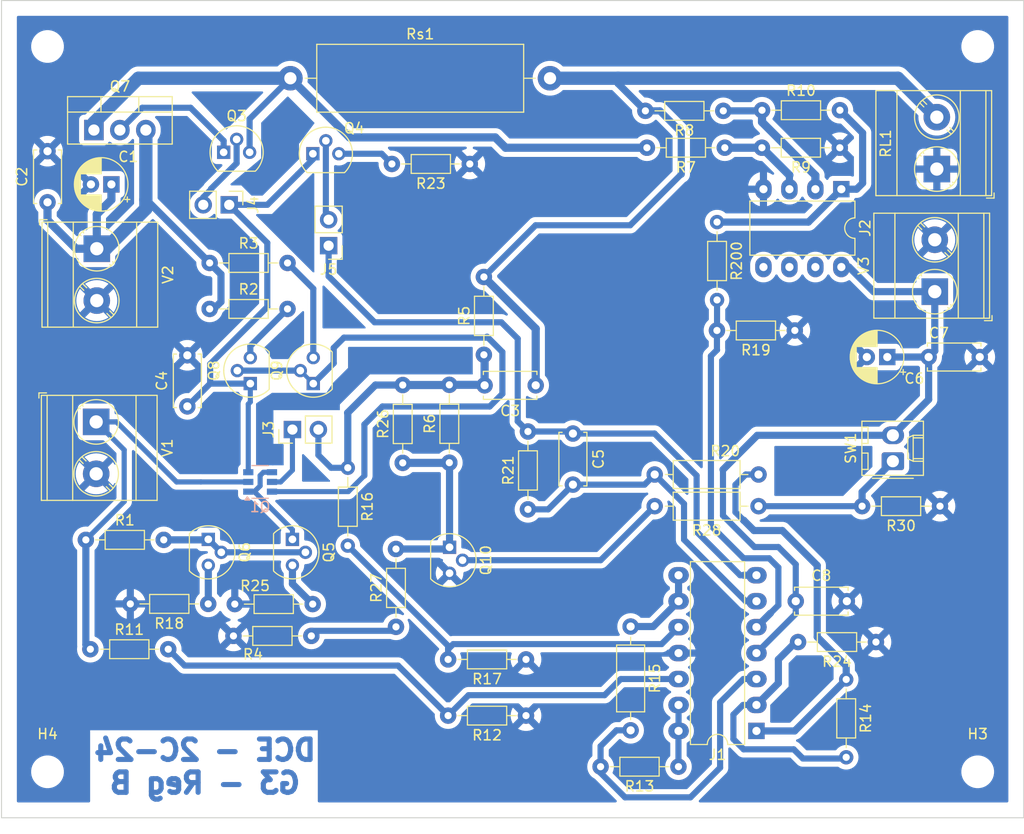
<source format=kicad_pcb>
(kicad_pcb (version 20240108) (generator "pcbnew") (generator_version "8.0")
  (layers (0 "F.Cu" signal) (31 "B.Cu" signal) (34 "B.Paste" user) (35 "F.Paste" user) (36 "B.SilkS" user "B.Silkscreen") (37 "F.SilkS" user "F.Silkscreen") (38 "B.Mask" user) (39 "F.Mask" user) (44 "Edge.Cuts" user))
  (net 0 "")
  (net 1 "Vreg")
  (net 2 "GND")
  (net 3 "Vref")
  (net 4 "Net-(R28-Pad1)")
  (net 5 "Net-(J1-Pin_3)")
  (net 6 "Vs1")
  (net 7 "Vs2")
  (net 8 "Net-(Q6-E)")
  (net 9 "Op2_V+")
  (net 10 "Op2_V-")
  (net 11 "Vref_C")
  (net 12 "Op2_Vout")
  (net 13 "Net-(Q4-E)")
  (net 14 "Net-(Q5-E)")
  (net 15 "Net-(J2-Pin_1)")
  (net 16 "Net-(J2-Pin_2)")
  (net 17 "Net-(Q10-D)")
  (net 18 "Vf")
  (net 19 "Net-(Q10-G)")
  (net 20 "Net-(Q5-B)")
  (net 21 "Net-(Q8-E)")
  (net 22 "Net-(Q9-E)")
  (net 23 "Net-(J2-Pin_3)")
  (net 24 "Net-(J1-Pin_2)")
  (net 25 "Net-(J1-Pin_12)")
  (net 26 "Net-(J1-Pin_13)")
  (net 27 "Net-(J1-Pin_8)")
  (net 28 "Net-(J1-Pin_10)")
  (net 29 "Net-(Q1A-E1)")
  (net 30 "Net-(Q3-C)")
  (net 31 "Vb")
  (net 32 "Net-(Q1A-C1)")
  (net 36 "V_sup")
  (net 37 "Net-(J3-Pin_1)")
  (net 38 "Net-(J4-Pin_2)")
  (net 39 "Net-(J5-Pin_2)")
  (net 40 "Net-(R27-Pad1)")
  (footprint "Resistor_THT:R_Axial_DIN0204_L3.6mm_D1.6mm_P7.62mm_Horizontal" (layer "F.Cu") (at 121.81 79.24 90)
    (property "Reference" "R6")
    (property "Value" "2,2k")
  )
  (footprint "Resistor_THT:R_Axial_DIN0207_L6.3mm_D2.5mm_P10.16mm_Horizontal" (layer "F.Cu") (at 152.06 83.5 180)
    (property "Reference" "R28")
    (property "Value" "1K")
  )
  (footprint "Package_TO_SOT_THT:TO-92" (layer "F.Cu") (at 102.34 71.5 90)
    (property "Reference" "Q8")
    (property "Value" "BC557C")
  )
  (footprint "Resistor_THT:R_Axial_DIN0207_L6.3mm_D2.5mm_P10.16mm_Horizontal" (layer "F.Cu") (at 152.06 80.4 180)
    (property "Reference" "R20")
    (property "Value" "2,2K")
  )
  (footprint "Resistor_THT:R_Axial_DIN0204_L3.6mm_D1.6mm_P7.62mm_Horizontal" (layer "F.Cu") (at 160.635 100.46 -90)
    (property "Reference" "R14")
    (property "Value" "1K")
  )
  (footprint "Resistor_THT:R_Axial_DIN0204_L3.6mm_D1.6mm_P7.62mm_Horizontal" (layer "F.Cu") (at 98.36 64.19)
    (property "Reference" "R2")
    (property "Value" "100")
  )
  (footprint "Resistor_THT:R_Axial_DIN0204_L3.6mm_D1.6mm_P7.62mm_Horizontal" (layer "F.Cu") (at 98.36 59.69)
    (property "Reference" "R3")
    (property "Value" "100")
  )
  (footprint "Connector_PinHeader_2.54mm:PinHeader_1x02_P2.54mm_Vertical" (layer "F.Cu") (at 106.46 76 90)
    (property "Reference" "J3")
    (property "Value" "Conn_01x02_Pin")
  )
  (footprint "Package_TO_SOT_THT:TO-92" (layer "F.Cu") (at 106.46 86.745 -90)
    (property "Reference" "Q5")
    (property "Value" "BC547")
  )
  (footprint "Capacitor_THT:CP_Radial_D5.0mm_P2.00mm" (layer "F.Cu") (at 164.655113 68.9 180)
    (property "Reference" "C6")
    (property "Value" "10u")
  )
  (footprint "Capacitor_THT:C_Disc_D5.0mm_W2.5mm_P5.00mm" (layer "F.Cu") (at 133.9 76.39 -90)
    (property "Reference" "C5")
    (property "Value" "120n")
  )
  (footprint "Capacitor_THT:CP_Radial_D5.0mm_P2.00mm" (layer "F.Cu") (at 88.75 52 180)
    (property "Reference" "C1")
    (property "Value" "10u")
  )
  (footprint "Resistor_THT:R_Axial_DIN0204_L3.6mm_D1.6mm_P7.62mm_Horizontal" (layer "F.Cu") (at 86.69 97.5)
    (property "Reference" "R11")
    (property "Value" "2,2k")
  )
  (footprint "Resistor_THT:R_Axial_Power_L20.0mm_W6.4mm_P25.40mm" (layer "F.Cu") (at 106.26 41.61)
    (property "Reference" "Rs1")
    (property "Value" "0,1K")
  )
  (footprint "Resistor_THT:R_Axial_DIN0204_L3.6mm_D1.6mm_P7.62mm_Horizontal" (layer "F.Cu") (at 148.61 44.8 180)
    (property "Reference" "R8")
    (property "Value" "2,2K")
  )
  (footprint "Resistor_THT:R_Axial_DIN0204_L3.6mm_D1.6mm_P7.62mm_Horizontal" (layer "F.Cu") (at 169.81 83.5 180)
    (property "Reference" "R30")
    (property "Value" "20k")
  )
  (footprint "MountingHole:MountingHole_2.7mm_M2.5" (layer "F.Cu") (at 82.5 38.5)
    (property "Reference" "H2")
    (property "Value" "MountingHole")
  )
  (footprint "Resistor_THT:R_Axial_DIN0204_L3.6mm_D1.6mm_P7.62mm_Horizontal" (layer "F.Cu") (at 116.59 95.31 90)
    (property "Reference" "R27")
    (property "Value" "1,2K")
  )
  (footprint "Resistor_THT:R_Axial_DIN0204_L3.6mm_D1.6mm_P7.62mm_Horizontal" (layer "F.Cu") (at 111.875 79.74 -90)
    (property "Reference" "R16")
    (property "Value" "1k")
  )
  (footprint "Resistor_THT:R_Axial_DIN0204_L3.6mm_D1.6mm_P7.62mm_Horizontal" (layer "F.Cu") (at 144.225 109 180)
    (property "Reference" "R13")
    (property "Value" "1,1k")
  )
  (footprint "Resistor_THT:R_Axial_DIN0204_L3.6mm_D1.6mm_P7.62mm_Horizontal" (layer "F.Cu") (at 129.5 83.81 90)
    (property "Reference" "R21")
    (property "Value" "82K")
  )
  (footprint "Capacitor_THT:C_Disc_D5.0mm_W2.5mm_P5.00mm" (layer "F.Cu") (at 96.18 73.73 90)
    (property "Reference" "C4")
    (property "Value" "22n")
  )
  (footprint "Resistor_THT:R_Axial_DIN0204_L3.6mm_D1.6mm_P7.62mm_Horizontal" (layer "F.Cu") (at 155.61 66.3 180)
    (property "Reference" "R19")
    (property "Value" "82K")
  )
  (footprint "Resistor_THT:R_Axial_DIN0204_L3.6mm_D1.6mm_P7.62mm_Horizontal" (layer "F.Cu") (at 117.25 79.26 90)
    (property "Reference" "R26")
    (property "Value" "2,7k")
  )
  (footprint "Resistor_THT:R_Axial_DIN0204_L3.6mm_D1.6mm_P7.62mm_Horizontal" (layer "F.Cu") (at 98.22 93.065 180)
    (property "Reference" "R18")
    (property "Value" "820")
  )
  (footprint "MountingHole:MountingHole_2.7mm_M2.5" (layer "F.Cu") (at 173.5 38.5)
    (property "Reference" "H1")
    (property "Value" "MountingHole")
  )
  (footprint "Package_DIP:DIP-14_W7.62mm" (layer "F.Cu") (at 151.855 105.5 180)
    (property "Reference" "J1")
    (property "Value" "Conn_02x07_Counter_Clockwise_MountingPin")
  )
  (footprint "Connector_Molex:Molex_KK-254_AE-6410-02A_1x02_P2.54mm_Vertical" (layer "F.Cu") (at 165.2 79.1 90)
    (property "Reference" "SW1")
    (property "Value" "SW_DIP_x01")
  )
  (footprint "MountingHole:MountingHole_2.7mm_M2.5" (layer "F.Cu") (at 82.5 109.5)
    (property "Reference" "H4")
    (property "Value" "MountingHole")
  )
  (footprint "Resistor_THT:R_Axial_DIN0204_L3.6mm_D1.6mm_P7.62mm_Horizontal" (layer "F.Cu") (at 163.545 96.8 180)
    (property "Reference" "R24")
    (property "Value" "1K")
  )
  (footprint "Package_TO_SOT_THT:TO-92" (layer "F.Cu") (at 98.23 86.745 -90)
    (property "Reference" "Q6")
    (property "Value" "BC547")
  )
  (footprint "Resistor_THT:R_Axial_DIN0204_L3.6mm_D1.6mm_P7.62mm_Horizontal" (layer "F.Cu") (at 123.81 50 180)
    (property "Reference" "R23")
    (property "Value" "75")
  )
  (footprint "TerminalBlock_Phoenix:TerminalBlock_Phoenix_MKDS-3-2-5.08_1x02_P5.08mm_Horizontal" (layer "F.Cu") (at 87.32 58.295 -90)
    (property "Reference" "V2")
    (property "Value" "6.35")
  )
  (footprint "Resistor_THT:R_Axial_DIN0204_L3.6mm_D1.6mm_P7.62mm_Horizontal" (layer "F.Cu") (at 148 55.69 -90)
    (property "Reference" "R200")
    (property "Value" "2,2K")
  )
  (footprint "Capacitor_THT:C_Disc_D5.0mm_W2.5mm_P5.00mm" (layer "F.Cu") (at 130.26 71.67 180)
    (property "Reference" "C3")
    (property "Value" "1n")
  )
  (footprint "Resistor_THT:R_Axial_DIN0204_L3.6mm_D1.6mm_P7.62mm_Horizontal" (layer "F.Cu") (at 148.76 48.41 180)
    (property "Reference" "R7")
    (property "Value" "2,2K")
  )
  (footprint "Package_TO_SOT_THT:TO-92" (layer "F.Cu") (at 99.73 48.86)
    (property "Reference" "Q3")
    (property "Value" "2N2222")
  )
  (footprint "Capacitor_THT:C_Disc_D5.0mm_W2.5mm_P5.00mm" (layer "F.Cu") (at 168.7 68.9)
    (property "Reference" "C7")
    (property "Value" "10n")
  )
  (footprint "Capacitor_THT:C_Disc_D5.0mm_W2.5mm_P5.00mm" (layer "F.Cu") (at 155.7 92.8)
    (property "Reference" "C8")
    (property "Value" "10n")
  )
  (footprint "MountingHole:MountingHole_2.7mm_M2.5" (layer "F.Cu") (at 173.5 109.5)
    (property "Reference" "H3")
    (property "Value" "MountingHole")
  )
  (footprint "TerminalBlock_Phoenix:TerminalBlock_Phoenix_MKDS-3-2-5.08_1x02_P5.08mm_Horizontal" (layer "F.Cu") (at 169.3 62.5 90)
    (property "Reference" "V3")
    (property "Value" "6")
  )
  (footprint "Package_TO_SOT_THT:TO-92" (layer "F.Cu") (at 108.46 49)
    (property "Reference" "Q4")
    (property "Value" "2N2222")
  )
  (footprint "TerminalBlock_Phoenix:TerminalBlock_Phoenix_MKDS-3-2-5.08_1x02_P5.08mm_Horizontal" (layer "F.Cu") (at 87.26 75.25 -90)
    (property "Reference" "V1")
    (property "Value" "1,2")
  )
  (footprint "Resistor_THT:R_Axial_DIN0204_L3.6mm_D1.6mm_P7.62mm_Horizontal" (layer "F.Cu") (at 152.4 44.74)
    (property "Reference" "R10")
    (property "Value" "22K")
  )
  (footprint "Resistor_THT:R_Axial_DIN0204_L3.6mm_D1.6mm_P7.62mm_Horizontal" (layer "F.Cu") (at 100.69 96.2)
    (property "Reference" "R4")
    (property "Value" "20")
  )
  (footprint "Capacitor_THT:C_Disc_D5.0mm_W2.5mm_P5.00mm" (layer "F.Cu") (at 82.5 53.75 90)
    (property "Reference" "C2")
    (property "Value" "10n")
  )
  (footprint "Resistor_THT:R_Axial_DIN0204_L3.6mm_D1.6mm_P7.62mm_Horizontal" (layer "F.Cu") (at 129.31 98.5 180)
    (property "Reference" "R17")
    (property "Value" "11k")
  )
  (footprint "Package_TO_SOT_THT:TO-220-3_Vertical" (layer "F.Cu") (at 87.04 46.68)
    (property "Reference" "Q7")
    (property "Value" "TIP42C")
  )
  (footprint "Resistor_THT:R_Axial_DIN0204_L3.6mm_D1.6mm_P7.62mm_Horizontal" (layer "F.Cu") (at 129.31 104 180)
    (property "Reference" "R12")
    (property "Value" "910")
  )
  (footprint "TerminalBlock_Phoenix:TerminalBlock_Phoenix_MKDS-3-2-5.08_1x02_P5.08mm_Horizontal" (layer "F.Cu") (at 169.5 50.5 90)
    (property "Reference" "RL1")
    (property "Value" "R")
  )
  (footprint "Package_TO_SOT_THT:TO-92" (layer "F.Cu") (at 121.83 87.52 -90)
    (property "Reference" "Q10")
    (property "Value" "BS170")
  )
  (footprint "Resistor_THT:R_Axial_DIN0204_L3.6mm_D1.6mm_P7.62mm_Horizontal" (layer "F.Cu") (at 108.44 93.085 180)
    (property "Reference" "R25")
    (property "Value" "820")
  )
  (footprint "Resistor_THT:R_Axial_DIN0204_L3.6mm_D1.6mm_P7.62mm_Horizontal" (layer "F.Cu") (at 125.19 68.68 90)
    (property "Reference" "R5")
    (property "Value" "3,6K")
  )
  (footprint "Package_DIP:DIP-8_W7.62mm" (layer "F.Cu") (at 160.16 52.47 -90)
    (property "Reference" "J2")
    (property "Value" "OP295")
  )
  (footprint "Package_TO_SOT_THT:TO-92" (layer "F.Cu") (at 108.5 71.5 90)
    (property "Reference" "Q9")
    (property "Value" "BC557C")
  )
  (footprint "Resistor_THT:R_Axial_DIN0204_L3.6mm_D1.6mm_P7.62mm_Horizontal" (layer "F.Cu") (at 160.01 48.41 180)
    (property "Reference" "R9")
    (property "Value" "22K")
  )
  (footprint "Resistor_THT:R_Axial_DIN0207_L6.3mm_D2.5mm_P10.16mm_Horizontal" (layer "F.Cu") (at 139.545 95.28 -90)
    (property "Reference" "R15")
    (property "Value" "1k")
  )
  (footprint "Connector_PinHeader_2.54mm:PinHeader_1x02_P2.54mm_Vertical" (layer "F.Cu") (at 110 58 180)
    (property "Reference" "J5")
    (property "Value" "Conn_01x02_Pin")
  )
  (footprint "Resistor_THT:R_Axial_DIN0204_L3.6mm_D1.6mm_P7.62mm_Horizontal" (layer "F.Cu") (at 86.25 86.795)
    (property "Reference" "R1")
    (property "Value" "100")
  )
  (footprint "Connector_PinHeader_2.54mm:PinHeader_1x02_P2.54mm_Vertical" (layer "F.Cu") (at 100.275 54 -90)
    (property "Reference" "J4")
    (property "Value" "Conn_01x02_Pin")
  )
  (footprint "Package_SO:TSOP-6_1.65x3.05mm_P0.95mm" (layer "B.Cu") (at 103.3 81.125)
    (property "Reference" "Q1")
    (property "Value" "BC847BPN")
  )
  (gr_poly (pts (xy 113.5 66) (xy 109.5 62) (xy 109.5 66)) (stroke (width 0.2)) (fill solid) (layer "B.Cu"))
  (gr_poly (pts (xy 107.5 64.5) (xy 103.8 68) (xy 104.5 69) (xy 106 69) (xy 107.5 67.5)) (stroke (width 0.2)) (fill solid) (layer "B.Cu"))
  (gr_poly (pts (xy 153.7 82.4) (xy 153.7 77.7) (xy 163.1 77.7) (xy 163.1 79.6) (xy 160.3 82.4)) (stroke (width 0.2)) (fill solid) (layer "B.Cu"))
  (gr_poly (pts (xy 103.5 49.5) (xy 100.5 52) (xy 101.5 52) (xy 102.5 53) (xy 103.5 53) (xy 107 49.5)) (stroke (width 0.2)) (fill solid) (layer "B.Cu"))
  (gr_poly (pts (xy 112 70) (xy 110.5 71.5) (xy 109.5 73) (xy 111 73.5) (xy 114.5 70)) (stroke (width 0.2)) (fill solid) (layer "B.Cu"))
  (gr_poly (pts (xy 153.3 104.6) (xy 153.3 103) (xy 155.1 101.2) (xy 155.1 98.9) (xy 155.8 98.2) (xy 158.2 98.2) (xy 159.3 99.3) (xy 159.3 100.4) (xy 155.1 104.6)) (stroke (width 0.2)) (fill solid) (layer "B.Cu"))
  (gr_poly (pts (xy 103 79.4) (xy 103 73.5) (xy 104.5 72.5) (xy 104.5 79.4)) (stroke (width 0.2)) (fill solid) (layer "B.Cu"))
  (gr_poly (pts (xy 104.5 74) (xy 104.5 72.5) (xy 111 72.5) (xy 111 74)) (stroke (width 0.2)) (fill solid) (layer "B.Cu"))
  (gr_poly (pts (xy 108.5 60.5) (xy 103 55) (xy 104.5 55) (xy 108.5 51)) (stroke (width 0.2)) (fill solid) (layer "B.Cu"))
  (gr_poly (pts (xy 107 49.5) (xy 103.5 49.5) (xy 103.5 46) (xy 106 43.5) (xy 108.5 46) (xy 107 48)) (stroke (width 0.2)) (fill solid) (layer "B.Cu"))
  (gr_poly (pts (xy 107.5 78.5) (xy 110 81) (xy 107.5 81)) (stroke (width 0.2)) (fill solid) (layer "B.Cu"))
  (gr_poly (pts (xy 104.5 77.5) (xy 105.5 77.5) (xy 105.5 79.4) (xy 104.5 79.4)) (stroke (width 0.2)) (fill solid) (layer "B.Cu"))
  (gr_poly (pts (xy 112 70.5) (xy 124 70.5) (xy 124 68) (xy 112 68)) (stroke (width 0.2)) (fill solid) (layer "B.Cu"))
  (gr_poly (pts (xy 96.7 43) (xy 103.5 43) (xy 100 46.5)) (stroke (width 0.2)) (fill solid) (layer "B.Cu"))
  (gr_rect (start 78 34) (end 178 114) (stroke (width 0.1)) (fill none) (layer "Edge.Cuts"))
  (gr_text "DCE - 2C-24\nG3 - Reg B\n\n" (at 97.9 115 0) (layer "B.Cu") (effects (font (size 2 2) (thickness 0.5) (bold yes)) (justify bottom mirror)))
  (segment (start 87.32 58.295) (end 88.205 58.295) (width 1.3) (layer "B.Cu") (net 1))
  (segment (start 88.75 52) (end 88.75 53.5) (width 0.8) (layer "B.Cu") (net 1))
  (segment (start 99.47 60.8) (end 99.47 63.49) (width 0.7) (layer "B.Cu") (net 1))
  (segment (start 87.32 54.93) (end 87.32 58.295) (width 0.8) (layer "B.Cu") (net 1))
  (segment (start 88.205 58.295) (end 92.12 54.38) (width 1.3) (layer "B.Cu") (net 1))
  (segment (start 92.12 53.5) (end 92.12 46.68) (width 1.3) (layer "B.Cu") (net 1))
  (segment (start 92.12 54.38) (end 92.12 53.5) (width 1.3) (layer "B.Cu") (net 1))
  (segment (start 82.5 55.5) (end 85.295 58.295) (width 0.8) (layer "B.Cu") (net 1))
  (segment (start 88.75 53.5) (end 87.32 54.93) (width 0.8) (layer "B.Cu") (net 1))
  (segment (start 82.5 53.75) (end 82.5 55.5) (width 0.8) (layer "B.Cu") (net 1))
  (segment (start 99.47 63.49) (end 98.77 64.19) (width 0.7) (layer "B.Cu") (net 1))
  (segment (start 98.36 59.69) (end 99.47 60.8) (width 0.7) (layer "B.Cu") (net 1))
  (segment (start 98.36 59.69) (end 92.17 53.5) (width 0.7) (layer "B.Cu") (net 1))
  (segment (start 98.77 64.19) (end 98.36 64.19) (width 0.7) (layer "B.Cu") (net 1))
  (segment (start 92.17 53.5) (end 92.12 53.5) (width 0.6) (layer "B.Cu") (net 1))
  (segment (start 85.295 58.295) (end 87.32 58.295) (width 0.8) (layer "B.Cu") (net 1))
  (segment (start 90 83.045) (end 86.25 86.795) (width 0.508) (layer "B.Cu") (net 3))
  (segment (start 89.25 75.25) (end 95.125 81.125) (width 0.508) (layer "B.Cu") (net 3))
  (segment (start 89.25 75.25) (end 87.26 75.25) (width 0.508) (layer "B.Cu") (net 3))
  (segment (start 86.25 97.06) (end 86.69 97.5) (width 0.7) (layer "B.Cu") (net 3))
  (segment (start 90 77.99) (end 90 83.045) (width 0.508) (layer "B.Cu") (net 3))
  (segment (start 102.14 81.125) (end 97.5 81.125) (width 0.5) (layer "B.Cu") (net 3))
  (segment (start 87.26 75.25) (end 90 77.99) (width 0.508) (layer "B.Cu") (net 3))
  (segment (start 86.25 86.795) (end 86.25 97.06) (width 0.7) (layer "B.Cu") (net 3))
  (segment (start 95.125 81.125) (end 97.5 81.125) (width 0.508) (layer "B.Cu") (net 3))
  (segment (start 152.06 83.5) (end 162.19 83.5) (width 0.6) (layer "B.Cu") (net 4))
  (segment (start 162.19 82.11) (end 165.2 79.1) (width 0.7) (layer "B.Cu") (net 4))
  (segment (start 162.08 83.61) (end 162.19 83.5) (width 0.6) (layer "B.Cu") (net 4))
  (segment (start 162.19 83.5) (end 162.19 82.11) (width 0.7) (layer "B.Cu") (net 4))
  (segment (start 145.4 112) (end 148.3 109.1) (width 0.6) (layer "B.Cu") (net 5))
  (segment (start 148.3 109.1) (end 148.3 102.7) (width 0.6) (layer "B.Cu") (net 5))
  (segment (start 148.3 102.7) (end 150.58 100.42) (width 0.6) (layer "B.Cu") (net 5))
  (segment (start 150.58 100.42) (end 151.855 100.42) (width 0.6) (layer "B.Cu") (net 5))
  (segment (start 136.605 106.995) (end 136.605 109) (width 0.6) (layer "B.Cu") (net 5))
  (segment (start 139 112) (end 145.4 112) (width 0.6) (layer "B.Cu") (net 5))
  (segment (start 136.605 109.605) (end 139 112) (width 0.6) (layer "B.Cu") (net 5))
  (segment (start 138.16 105.44) (end 136.605 106.995) (width 0.6) (layer "B.Cu") (net 5))
  (segment (start 136.605 109) (end 136.605 109.605) (width 0.6) (layer "B.Cu") (net 5))
  (segment (start 139.545 105.44) (end 138.16 105.44) (width 0.6) (layer "B.Cu") (net 5))
  (segment (start 87.04 45.96) (end 87.04 46.68) (width 1.3) (layer "B.Cu") (net 6))
  (segment (start 141.14 48.41) (end 127.31 48.41) (width 0.8) (layer "B.Cu") (net 6))
  (segment (start 102.27 45.6) (end 102.27 48.86) (width 0.6) (layer "B.Cu") (net 6))
  (segment (start 91.39 41.61) (end 87.04 45.96) (width 1.3) (layer "B.Cu") (net 6))
  (segment (start 127.31 48.41) (end 126.3 47.4) (width 0.8) (layer "B.Cu") (net 6))
  (segment (start 112.05 47.4) (end 106.26 41.61) (width 0.8) (layer "B.Cu") (net 6))
  (segment (start 106.26 41.61) (end 102.27 45.6) (width 0.6) (layer "B.Cu") (net 6))
  (segment (start 106.26 41.61) (end 91.39 41.61) (width 1.3) (layer "B.Cu") (net 6))
  (segment (start 126.3 47.4) (end 112.05 47.4) (width 0.8) (layer "B.Cu") (net 6))
  (segment (start 144.5 46.9) (end 142.4 44.8) (width 0.7) (layer "B.Cu") (net 7))
  (segment (start 131.66 41.61) (end 131.77 41.5) (width 1.3) (layer "B.Cu") (net 7))
  (segment (start 142.4 44.8) (end 140.99 44.8) (width 0.7) (layer "B.Cu") (net 7))
  (segment (start 138.32 41.61) (end 165.69 41.61) (width 1.3) (layer "B.Cu") (net 7))
  (segment (start 130.26 71.67) (end 130.26 66.13) (width 0.8) (layer "B.Cu") (net 7))
  (segment (start 144.5 51) (end 144.5 46.9) (width 0.7) (layer "B.Cu") (net 7))
  (segment (start 130.26 66.13) (end 125.19 61.06) (width 0.8) (layer "B.Cu") (net 7))
  (segment (start 139.5 56) (end 144.5 51) (width 0.6) (layer "B.Cu") (net 7))
  (segment (start 165.69 41.61) (end 169.5 45.42) (width 1.3) (layer "B.Cu") (net 7))
  (segment (start 140.99 44.8) (end 138.32 42.13) (width 0.7) (layer "B.Cu") (net 7))
  (segment (start 125.19 61.06) (end 130.25 56) (width 0.6) (layer "B.Cu") (net 7))
  (segment (start 131.66 41.61) (end 138.32 41.61) (width 1.3) (layer "B.Cu") (net 7))
  (segment (start 130.25 56) (end 139.5 56) (width 0.6) (layer "B.Cu") (net 7))
  (segment (start 138.32 42.13) (end 138.32 41.61) (width 0.7) (layer "B.Cu") (net 7))
  (segment (start 98.23 93.055) (end 98.22 93.065) (width 0.508) (layer "B.Cu") (net 8))
  (segment (start 98.23 89.285) (end 98.23 93.055) (width 0.7) (layer "B.Cu") (net 8))
  (segment (start 153.225 93.97) (end 154 93.195) (width 0.6) (layer "B.Cu") (net 9))
  (segment (start 148 66.29) (end 147.99 66.3) (width 0.6) (layer "B.Cu") (net 9))
  (segment (start 148 68.2) (end 147.99 68.19) (width 0.6) (layer "B.Cu") (net 9))
  (segment (start 154 93.195) (end 154 89.5) (width 0.6) (layer "B.Cu") (net 9))
  (segment (start 147.4 85.4) (end 147.4 68.8) (width 0.6) (layer "B.Cu") (net 9))
  (segment (start 147.4 68.8) (end 148 68.2) (width 0.6) (layer "B.Cu") (net 9))
  (segment (start 147.99 68.19) (end 147.99 66.3) (width 0.6) (layer "B.Cu") (net 9))
  (segment (start 150.6 88.6) (end 147.4 85.4) (width 0.6) (layer "B.Cu") (net 9))
  (segment (start 153.1 88.6) (end 150.6 88.6) (width 0.6) (layer "B.Cu") (net 9))
  (segment (start 148 63.31) (end 148 66.29) (width 0.6) (layer "B.Cu") (net 9))
  (segment (start 151.855 95.34) (end 153.225 93.97) (width 0.7) (layer "B.Cu") (net 9))
  (segment (start 154 89.5) (end 153.1 88.6) (width 0.6) (layer "B.Cu") (net 9))
  (segment (start 133.9 81.39) (end 140.91 81.39) (width 0.6) (layer "B.Cu") (net 10))
  (segment (start 144.77 86.77) (end 144.77 83.27) (width 0.6) (layer "B.Cu") (net 10))
  (segment (start 150.8 92.8) (end 151.855 92.8) (width 0.6) (layer "B.Cu") (net 10))
  (segment (start 144.77 86.77) (end 150.8 92.8) (width 0.6) (layer "B.Cu") (net 10))
  (segment (start 131.48 83.81) (end 133.9 81.39) (width 0.6) (layer "B.Cu") (net 10))
  (segment (start 140.91 81.39) (end 141.9 80.4) (width 0.6) (layer "B.Cu") (net 10))
  (segment (start 144.77 83.27) (end 141.9 80.4) (width 0.6) (layer "B.Cu") (net 10))
  (segment (start 129.5 83.81) (end 131.48 83.81) (width 0.6) (layer "B.Cu") (net 10))
  (segment (start 150.610366 84.88) (end 151.615183 85.884817) (width 0.7) (layer "B.Cu") (net 11))
  (segment (start 150.593948 84.88) (end 150.610366 84.88) (width 0.7) (layer "B.Cu") (net 11))
  (segment (start 160.635 99.135) (end 160.635 100.46) (width 0.7) (layer "B.Cu") (net 11))
  (segment (start 150.593948 84.88) (end 149.8 84.086052) (width 0.6) (layer "B.Cu") (net 11))
  (segment (start 151.855 105.5) (end 155.595 105.5) (width 0.7) (layer "B.Cu") (net 11))
  (segment (start 149.8 81.4) (end 150.8 80.4) (width 0.6) (layer "B.Cu") (net 11))
  (segment (start 149.8 84.086052) (end 149.8 81.4) (width 0.6) (layer "B.Cu") (net 11))
  (segment (start 151.615183 85.884817) (end 154.384817 85.884817) (width 0.7) (layer "B.Cu") (net 11))
  (segment (start 155.595 105.5) (end 160.635 100.46) (width 0.7) (layer "B.Cu") (net 11))
  (segment (start 150.8 80.4) (end 152.06 80.4) (width 0.6) (layer "B.Cu") (net 11))
  (segment (start 154.384817 85.884817) (end 157.8 89.3) (width 0.7) (layer "B.Cu") (net 11))
  (segment (start 157.8 96.3) (end 160.635 99.135) (width 0.7) (layer "B.Cu") (net 11))
  (segment (start 160.635 100.46) (end 160.66 100.435) (width 0.7) (layer "B.Cu") (net 11))
  (segment (start 157.8 89.3) (end 157.8 96.3) (width 0.7) (layer "B.Cu") (net 11))
  (segment (start 150.26 90.26) (end 146 86) (width 0.6) (layer "B.Cu") (net 12))
  (segment (start 114.5 65.5) (end 126.9 65.5) (width 0.6) (layer "B.Cu") (net 12))
  (segment (start 150.74 90.26) (end 150.26 90.26) (width 0.6) (layer "B.Cu") (net 12))
  (segment (start 126.9 65.5) (end 128.5 67.1) (width 0.6) (layer "B.Cu") (net 12))
  (segment (start 129.5 76.19) (end 133.7 76.19) (width 0.6) (layer "B.Cu") (net 12))
  (segment (start 151.855 90.26) (end 150.74 90.26) (width 0.7) (layer "B.Cu") (net 12))
  (segment (start 146 80.5) (end 141.89 76.39) (width 0.6) (layer "B.Cu") (net 12))
  (segment (start 141.89 76.39) (end 133.9 76.39) (width 0.6) (layer "B.Cu") (net 12))
  (segment (start 110 61) (end 114.5 65.5) (width 0.6) (layer "B.Cu") (net 12))
  (segment (start 128.5 67.1) (end 128.5 75.19) (width 0.6) (layer "B.Cu") (net 12))
  (segment (start 110 58) (end 110 61) (width 0.6) (layer "B.Cu") (net 12))
  (segment (start 128.5 75.19) (end 129.5 76.19) (width 0.6) (layer "B.Cu") (net 12))
  (segment (start 150.74 90.26) (end 150.616076 90.26) (width 0.7) (layer "B.Cu") (net 12))
  (segment (start 133.7 76.19) (end 133.9 76.39) (width 0.6) (layer "B.Cu") (net 12))
  (segment (start 146 86) (end 146 80.5) (width 0.6) (layer "B.Cu") (net 12))
  (segment (start 111 49) (end 115.19 49) (width 0.6) (layer "B.Cu") (net 13))
  (segment (start 115.19 49) (end 116.19 50) (width 0.6) (layer "B.Cu") (net 13))
  (segment (start 106.46 91.105) (end 108.44 93.085) (width 0.7) (layer "B.Cu") (net 14))
  (segment (start 106.46 89.285) (end 106.46 91.105) (width 0.7) (layer "B.Cu") (net 14))
  (segment (start 162.24 51.88) (end 161.65 52.47) (width 0.7) (layer "B.Cu") (net 15))
  (segment (start 148 55.69) (end 156.94 55.69) (width 0.7) (layer "B.Cu") (net 15))
  (segment (start 156.94 55.69) (end 160.16 52.47) (width 0.7) (layer "B.Cu") (net 15))
  (segment (start 160.02 44.74) (end 162.24 46.96) (width 0.7) (layer "B.Cu") (net 15))
  (segment (start 161.65 52.47) (end 160.16 52.47) (width 0.7) (layer "B.Cu") (net 15))
  (segment (start 162.24 46.96) (end 162.24 51.88) (width 0.7) (layer "B.Cu") (net 15))
  (segment (start 152.4 44.923948) (end 152.4 44.74) (width 0.7) (layer "B.Cu") (net 16))
  (segment (start 152.4 45.9) (end 157.62 51.12) (width 0.8) (layer "B.Cu") (net 16))
  (segment (start 157.62 51.12) (end 157.62 52.47) (width 0.8) (layer "B.Cu") (net 16))
  (segment (start 148.61 44.8) (end 152.34 44.8) (width 0.7) (layer "B.Cu") (net 16))
  (segment (start 152.34 44.8) (end 152.4 44.74) (width 0.7) (layer "B.Cu") (net 16))
  (segment (start 152.4 44.74) (end 152.4 45.9) (width 0.8) (layer "B.Cu") (net 16))
  (segment (start 121.66 87.69) (end 121.83 87.52) (width 0.7) (layer "B.Cu") (net 17))
  (segment (start 121.79 79.26) (end 121.81 79.24) (width 0.8) (layer "B.Cu") (net 17))
  (segment (start 121.83 79.26) (end 121.81 79.24) (width 0.7) (layer "B.Cu") (net 17))
  (segment (start 121.77 79.2) (end 121.81 79.24) (width 0.7) (layer "B.Cu") (net 17))
  (segment (start 116.59 87.69) (end 121.66 87.69) (width 0.7) (layer "B.Cu") (net 17))
  (segment (start 117.25 79.26) (end 121.79 79.26) (width 0.8) (layer "B.Cu") (net 17))
  (segment (start 121.83 87.52) (end 121.83 79.26) (width 0.7) (layer "B.Cu") (net 17))
  (segment (start 125.26 71.67) (end 125.26 68.75) (width 0.8) (layer "B.Cu") (net 18))
  (segment (start 121.81 71.62) (end 125.21 71.62) (width 0.8) (layer "B.Cu") (net 18))
  (segment (start 125.26 68.75) (end 125.19 68.68) (width 0.8) (layer "B.Cu") (net 18))
  (segment (start 111.86 74.36) (end 114.58 71.64) (width 0.7) (layer "B.Cu") (net 18))
  (segment (start 121.79 71.64) (end 121.81 71.62) (width 0.8) (layer "B.Cu") (net 18))
  (segment (start 125.21 71.62) (end 125.26 71.67) (width 0.8) (layer "B.Cu") (net 18))
  (segment (start 109 78.5) (end 110.24 79.74) (width 0.6) (layer "B.Cu") (net 18))
  (segment (start 111.86 74.36) (end 111.875 74.375) (width 0.7) (layer "B.Cu") (net 18))
  (segment (start 110.24 79.74) (end 111.875 79.74) (width 0.6) (layer "B.Cu") (net 18))
  (segment (start 114.58 71.64) (end 117.25 71.64) (width 0.7) (layer "B.Cu") (net 18))
  (segment (start 111.875 74.375) (end 111.875 79.74) (width 0.7) (layer "B.Cu") (net 18))
  (segment (start 117.25 71.64) (end 121.79 71.64) (width 0.8) (layer "B.Cu") (net 18))
  (segment (start 109 76) (end 109 78.5) (width 0.6) (layer "B.Cu") (net 18))
  (segment (start 123.1 88.79) (end 136.61 88.79) (width 0.6) (layer "B.Cu") (net 19))
  (segment (start 136.61 88.79) (end 141.9 83.5) (width 0.6) (layer "B.Cu") (net 19))
  (segment (start 99.5 88.015) (end 107.73 88.015) (width 0.6) (layer "B.Cu") (net 20))
  (segment (start 93.87 86.795) (end 98.18 86.795) (width 0.7) (layer "B.Cu") (net 20))
  (segment (start 98.28 86.795) (end 99.5 88.015) (width 0.6) (layer "B.Cu") (net 20))
  (segment (start 98.18 86.795) (end 98.23 86.745) (width 0.508) (layer "B.Cu") (net 20))
  (segment (start 98.18 86.795) (end 98.28 86.795) (width 0.6) (layer "B.Cu") (net 20))
  (segment (start 102.34 67.83) (end 105.98 64.19) (width 0.6) (layer "B.Cu") (net 21))
  (segment (start 102.34 68.96) (end 102.34 67.83) (width 0.6) (layer "B.Cu") (net 21))
  (segment (start 108.5 68.96) (end 108.5 62.21) (width 0.6) (layer "B.Cu") (net 22))
  (segment (start 108.5 62.21) (end 105.98 59.69) (width 0.6) (layer "B.Cu") (net 22))
  (segment (start 155.08 52.47) (end 155.08 51.1) (width 0.7) (layer "B.Cu") (net 23))
  (segment (start 148.76 48.41) (end 152.39 48.41) (width 0.8) (layer "B.Cu") (net 23))
  (segment (start 152.39 48.41) (end 155.08 51.1) (width 0.8) (layer "B.Cu") (net 23))
  (segment (start 155.7 96.8) (end 155.925 96.8) (width 0.7) (layer "B.Cu") (net 24))
  (segment (start 149.6 106.3) (end 150.6 107.3) (width 0.6) (layer "B.Cu") (net 24))
  (segment (start 154 98.5) (end 155.7 96.8) (width 0.7) (layer "B.Cu") (net 24))
  (segment (start 150.54 102.96) (end 149.6 103.9) (width 0.6) (layer "B.Cu") (net 24))
  (segment (start 151.855 102.96) (end 150.54 102.96) (width 0.6) (layer "B.Cu") (net 24))
  (segment (start 160.515 108.2) (end 160.635 108.08) (width 0.6) (layer "B.Cu") (net 24))
  (segment (start 154 100.815) (end 154 98.5) (width 0.7) (layer "B.Cu") (net 24))
  (segment (start 150.6 107.3) (end 155.5 107.3) (width 0.6) (layer "B.Cu") (net 24))
  (segment (start 155.5 107.3) (end 156.4 108.2) (width 0.6) (layer "B.Cu") (net 24))
  (segment (start 156.4 108.2) (end 160.515 108.2) (width 0.6) (layer "B.Cu") (net 24))
  (segment (start 149.6 103.9) (end 149.6 106.3) (width 0.6) (layer "B.Cu") (net 24))
  (segment (start 151.855 102.96) (end 154 100.815) (width 0.7) (layer "B.Cu") (net 24))
  (segment (start 116.79 99.1) (end 95.91 99.1) (width 0.6) (layer "B.Cu") (net 25))
  (segment (start 123.69 102) (end 121.69 104) (width 0.6) (layer "B.Cu") (net 25))
  (segment (start 121.69 104) (end 116.79 99.1) (width 0.6) (layer "B.Cu") (net 25))
  (segment (start 144.235 100.42) (end 138.58 100.42) (width 0.6) (layer "B.Cu") (net 25))
  (segment (start 138.58 100.42) (end 137 102) (width 0.6) (layer "B.Cu") (net 25))
  (segment (start 137 102) (end 123.69 102) (width 0.6) (layer "B.Cu") (net 25))
  (segment (start 95.91 99.1) (end 94.31 97.5) (width 0.6) (layer "B.Cu") (net 25))
  (segment (start 144.235 102.96) (end 144.235 105.5) (width 0.6) (layer "B.Cu") (net 26))
  (segment (start 144.225 109) (end 144.225 105.51) (width 0.6) (layer "B.Cu") (net 26))
  (segment (start 144.225 105.51) (end 144.235 105.5) (width 0.6) (layer "B.Cu") (net 26))
  (segment (start 141.755 95.28) (end 144.235 92.8) (width 0.7) (layer "B.Cu") (net 27))
  (segment (start 139.545 95.28) (end 141.755 95.28) (width 0.7) (layer "B.Cu") (net 27))
  (segment (start 144.235 92.8) (end 144.235 90.26) (width 0.7) (layer "B.Cu") (net 27))
  (segment (start 144.235 95.34) (end 142.575 97) (width 0.6) (layer "B.Cu") (net 28))
  (segment (start 122.19 97) (end 121.69 97.5) (width 0.6) (layer "B.Cu") (net 28))
  (segment (start 121.69 97.5) (end 121.69 98.5) (width 0.6) (layer "B.Cu") (net 28))
  (segment (start 121.69 97.175) (end 121.69 97.5) (width 0.6) (layer "B.Cu") (net 28))
  (segment (start 142.575 97) (end 122.19 97) (width 0.6) (layer "B.Cu") (net 28))
  (segment (start 111.875 87.36) (end 121.69 97.175) (width 0.6) (layer "B.Cu") (net 28))
  (segment (start 103.625 80.175) (end 103.3 80.5) (width 0.5) (layer "B.Cu") (net 29))
  (segment (start 106.46 85.8) (end 102.735 82.075) (width 0.5) (layer "B.Cu") (net 29))
  (segment (start 106.46 86.745) (end 106.46 85.8) (width 0.5) (layer "B.Cu") (net 29))
  (segment (start 103.3 81.51) (end 102.735 82.075) (width 0.5) (layer "B.Cu") (net 29))
  (segment (start 102.14 82.075) (end 102.735 82.075) (width 0.5) (layer "B.Cu") (net 29))
  (segment (start 104.46 80.175) (end 103.625 80.175) (width 0.5) (layer "B.Cu") (net 29))
  (segment (start 103.3 80.5) (end 103.3 81.51) (width 0.5) (layer "B.Cu") (net 29))
  (segment (start 96.5 44.5) (end 99.73 47.73) (width 0.6) (layer "B.Cu") (net 30))
  (segment (start 89.58 46.68) (end 91.76 44.5) (width 0.6) (layer "B.Cu") (net 30))
  (segment (start 99.73 47.73) (end 99.73 48.86) (width 0.6) (layer "B.Cu") (net 30))
  (segment (start 91.76 44.5) (end 96.5 44.5) (width 0.6) (layer "B.Cu") (net 30))
  (segment (start 107 51) (end 108.46 49.54) (width 0.6) (layer "B.Cu") (net 31))
  (segment (start 98.41 71.5) (end 98.41 69.59) (width 0.6) (layer "B.Cu") (net 31))
  (segment (start 108.46 49.54) (end 108.46 49) (width 0.6) (layer "B.Cu") (net 31))
  (segment (start 104 64) (end 104 57.725) (width 0.6) (layer "B.Cu") (net 31))
  (segment (start 104 57.725) (end 100.275 54) (width 0.6) (layer "B.Cu") (net 31))
  (segment (start 96.18 73.73) (end 98.41 71.5) (width 0.6) (layer "B.Cu") (net 31))
  (segment (start 98.41 69.59) (end 104 64) (width 0.6) (layer "B.Cu") (net 31))
  (segment (start 102.14 73.504069) (end 102.34 73.304069) (width 0.5) (layer "B.Cu") (net 31))
  (segment (start 102.34 73.304069) (end 102.34 71.5) (width 0.5) (layer "B.Cu") (net 31))
  (segment (start 102.35 71.51) (end 102.34 71.5) (width 0.4) (layer "B.Cu") (net 31))
  (segment (start 98.41 71.5) (end 102.34 71.5) (width 0.6) (layer "B.Cu") (net 31))
  (segment (start 100.275 54) (end 104 54) (width 0.6) (layer "B.Cu") (net 31))
  (segment (start 104 54) (end 107 51) (width 0.6) (layer "B.Cu") (net 31))
  (segment (start 102.14 80.175) (end 102.14 73.504069) (width 0.5) (layer "B.Cu") (net 31))
  (segment (start 110.5 68) (end 111.5 67) (width 0.6) (layer "B.Cu") (net 32))
  (segment (start 125.5 66.91) (end 127 68.41) (width 0.6) (layer "B.Cu") (net 32))
  (segment (start 113.5 80.5) (end 111.925 82.075) (width 0.5) (layer "B.Cu") (net 32))
  (segment (start 115.26 73.74) (end 113.5 75.5) (width 0.6) (layer "B.Cu") (net 32))
  (segment (start 111.925 82.075) (end 104.46 82.075) (width 0.5) (layer "B.Cu") (net 32))
  (segment (start 108.5 71.5) (end 110.5 69.5) (width 0.6) (layer "B.Cu") (net 32))
  (segment (start 125.76 73.74) (end 115.26 73.74) (width 0.6) (layer "B.Cu") (net 32))
  (segment (start 125.41 67) (end 125.5 66.91) (width 0.6) (layer "B.Cu") (net 32))
  (segment (start 127 68.41) (end 127 72.5) (width 0.6) (layer "B.Cu") (net 32))
  (segment (start 111.5 67) (end 125.41 67) (width 0.6) (layer "B.Cu") (net 32))
  (segment (start 113.5 75.5) (end 113.5 80.5) (width 0.6) (layer "B.Cu") (net 32))
  (segment (start 101.07 70.23) (end 107.23 70.23) (width 0.6) (layer "B.Cu") (net 32))
  (segment (start 110.5 69.5) (end 110.5 68) (width 0.6) (layer "B.Cu") (net 32))
  (segment (start 107.23 70.23) (end 108.5 71.5) (width 0.4) (layer "B.Cu") (net 32))
  (segment (start 127 72.5) (end 125.76 73.74) (width 0.6) (layer "B.Cu") (net 32))
  (segment (start 168.7 68.9) (end 164.655113 68.9) (width 0.7) (layer "B.Cu") (net 36))
  (segment (start 155.7 94.035) (end 151.855 97.88) (width 0.6) (layer "B.Cu") (net 36))
  (segment (start 160.91 60.09) (end 163.32 62.5) (width 0.7) (layer "B.Cu") (net 36))
  (segment (start 148.58 79.92) (end 148.58 84.42) (width 0.6) (layer "B.Cu") (net 36))
  (segment (start 155.7 89.2) (end 155.7 92.8) (width 0.6) (layer "B.Cu") (net 36))
  (segment (start 151.66 87.5) (end 154 87.5) (width 0.6) (layer "B.Cu") (net 36))
  (segment (start 168.7 73.06) (end 165.2 76.56) (width 0.7) (layer "B.Cu") (net 36))
  (segment (start 160.16 60.09) (end 160.91 60.09) (width 0.7) (layer "B.Cu") (net 36))
  (segment (start 148.58 79.92) (end 151.94 76.56) (width 0.7) (layer "B.Cu") (net 36))
  (segment (start 155.7 92.8) (end 155.7 94.035) (width 0.6) (layer "B.Cu") (net 36))
  (segment (start 169.3 62.5) (end 169.3 68.3) (width 0.7) (layer "B.Cu") (net 36))
  (segment (start 163.32 62.5) (end 169.3 62.5) (width 0.7) (layer "B.Cu") (net 36))
  (segment (start 148.58 84.42) (end 151.66 87.5) (width 0.6) (layer "B.Cu") (net 36))
  (segment (start 168.7 68.9) (end 168.7 73.06) (width 0.7) (layer "B.Cu") (net 36))
  (segment (start 151.94 76.56) (end 165.2 76.56) (width 0.7) (layer "B.Cu") (net 36))
  (segment (start 154 87.5) (end 155.7 89.2) (width 0.6) (layer "B.Cu") (net 36))
  (segment (start 169.3 68.3) (end 168.7 68.9) (width 0.7) (layer "B.Cu") (net 36))
  (segment (start 106.46 79.975) (end 106.46 76) (width 0.5) (layer "B.Cu") (net 37))
  (segment (start 105.31 81.125) (end 106.46 79.975) (width 0.5) (layer "B.Cu") (net 37))
  (segment (start 104.46 81.125) (end 105.31 81.125) (width 0.5) (layer "B.Cu") (net 37))
  (segment (start 97.735 53.265) (end 97.735 54) (width 0.6) (layer "B.Cu") (net 38))
  (segment (start 98.5 52.5) (end 97.735 53.265) (width 0.6) (layer "B.Cu") (net 38))
  (segment (start 98.5 52.43) (end 98.5 52.5) (width 0.6) (layer "B.Cu") (net 38))
  (segment (start 101 47.59) (end 101 49.93) (width 0.6) (layer "B.Cu") (net 38))
  (segment (start 101 49.93) (end 98.5 52.43) (width 0.6) (layer "B.Cu") (net 38))
  (segment (start 109.73 55.19) (end 109.73 47.73) (width 0.6) (layer "B.Cu") (net 39))
  (segment (start 110 55.46) (end 109.73 55.19) (width 0.6) (layer "B.Cu") (net 39))
  (segment (start 108.41 95.7) (end 116.2 95.7) (width 0.6) (layer "B.Cu") (net 40))
  (segment (start 116.2 95.7) (end 116.59 95.31) (width 0.6) (layer "B.Cu") (net 40))
  (zone (net 2) (net_name "GND") (layer "B.Cu") (connect_pads (clearance 0.5)) (min_thickness 0.25) (fill yes (thermal_gap 0.7) (thermal_bridge_width 0.7))
    (polygon (pts (xy 79.5 35.5) (xy 176.5 35.5) (xy 176.5 112.5) (xy 79.5 112.5)))
  )
)
</source>
